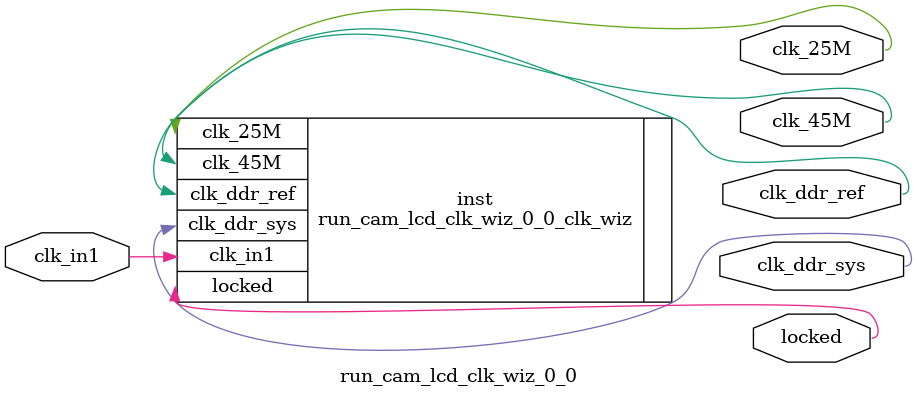
<source format=v>


`timescale 1ps/1ps

(* CORE_GENERATION_INFO = "run_cam_lcd_clk_wiz_0_0,clk_wiz_v6_0_1_0_0,{component_name=run_cam_lcd_clk_wiz_0_0,use_phase_alignment=true,use_min_o_jitter=false,use_max_i_jitter=false,use_dyn_phase_shift=false,use_inclk_switchover=false,use_dyn_reconfig=false,enable_axi=0,feedback_source=FDBK_AUTO,PRIMITIVE=MMCM,num_out_clk=4,clkin1_period=10.000,clkin2_period=10.000,use_power_down=false,use_reset=false,use_locked=true,use_inclk_stopped=false,feedback_type=SINGLE,CLOCK_MGR_TYPE=NA,manual_override=false}" *)

module run_cam_lcd_clk_wiz_0_0 
 (
  // Clock out ports
  output        clk_25M,
  output        clk_45M,
  output        clk_ddr_ref,
  output        clk_ddr_sys,
  // Status and control signals
  output        locked,
 // Clock in ports
  input         clk_in1
 );

  run_cam_lcd_clk_wiz_0_0_clk_wiz inst
  (
  // Clock out ports  
  .clk_25M(clk_25M),
  .clk_45M(clk_45M),
  .clk_ddr_ref(clk_ddr_ref),
  .clk_ddr_sys(clk_ddr_sys),
  // Status and control signals               
  .locked(locked),
 // Clock in ports
  .clk_in1(clk_in1)
  );

endmodule

</source>
